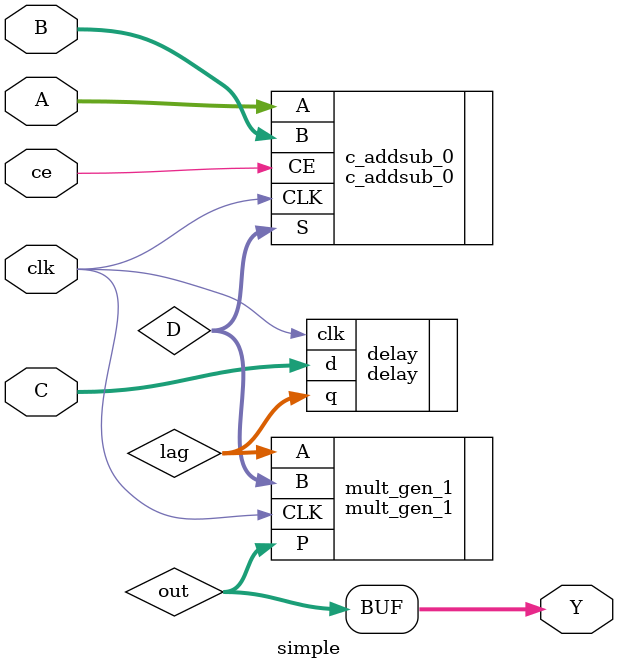
<source format=v>
`timescale 1ns / 1ps

module simple (
        input [14:0] A,
        input [14:0] B,
        input [14:0] C,
        input clk,
        input ce,
        output [30:0] Y
    );

    wire signed [14:0] lag;
    wire signed [15:0] D;
    wire signed [30:0] out;
    
    c_addsub_0 c_addsub_0 (
        .A(A),
        .B(B),
        .CLK(clk),
        .CE(ce),
        .S(D) 
    );
        
    delay #(
        .SIZE(15)
    ) delay (
        .clk(clk),
        .d(C),
        .q(lag)
    );
    
    mult_gen_1 mult_gen_1 (
        .CLK(clk),
        .A(lag),
        .B(D),
        .P(out)
    );
    
    assign Y = out;
    
endmodule // simple

</source>
